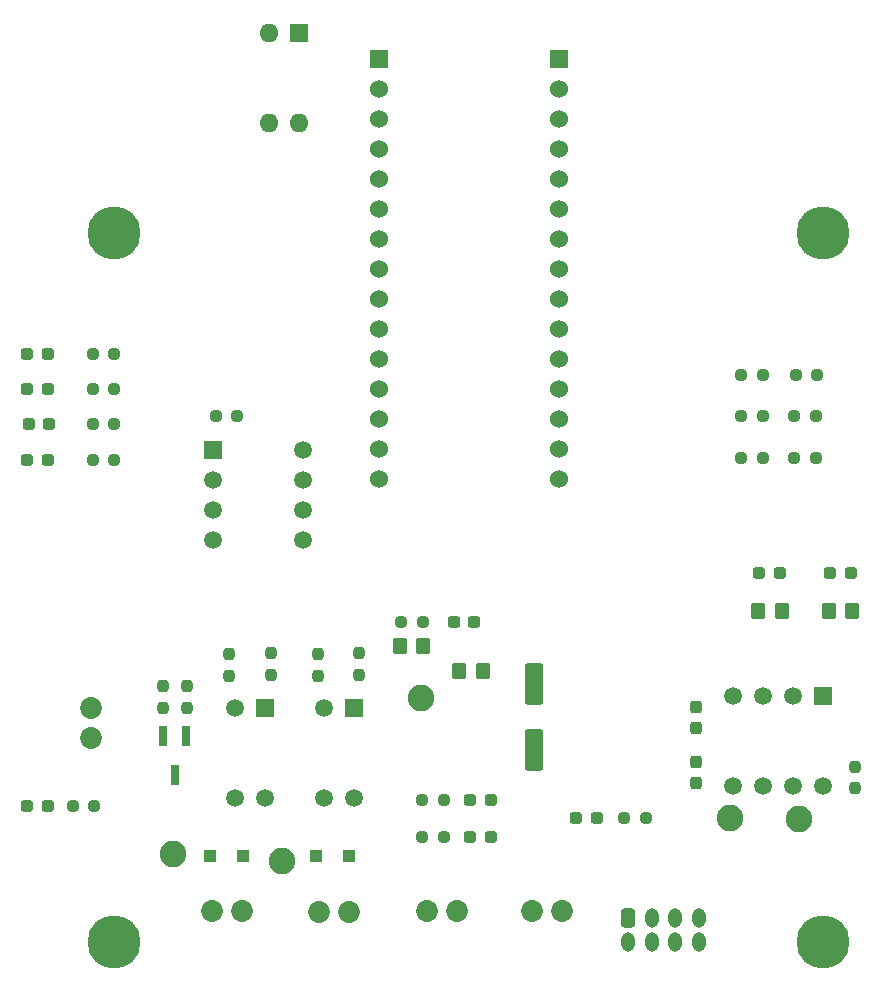
<source format=gbr>
%TF.GenerationSoftware,KiCad,Pcbnew,7.0.1-0*%
%TF.CreationDate,2023-05-25T18:15:44+09:00*%
%TF.ProjectId,FlightModule,466c6967-6874-44d6-9f64-756c652e6b69,rev?*%
%TF.SameCoordinates,Original*%
%TF.FileFunction,Soldermask,Top*%
%TF.FilePolarity,Negative*%
%FSLAX46Y46*%
G04 Gerber Fmt 4.6, Leading zero omitted, Abs format (unit mm)*
G04 Created by KiCad (PCBNEW 7.0.1-0) date 2023-05-25 18:15:44*
%MOMM*%
%LPD*%
G01*
G04 APERTURE LIST*
G04 Aperture macros list*
%AMRoundRect*
0 Rectangle with rounded corners*
0 $1 Rounding radius*
0 $2 $3 $4 $5 $6 $7 $8 $9 X,Y pos of 4 corners*
0 Add a 4 corners polygon primitive as box body*
4,1,4,$2,$3,$4,$5,$6,$7,$8,$9,$2,$3,0*
0 Add four circle primitives for the rounded corners*
1,1,$1+$1,$2,$3*
1,1,$1+$1,$4,$5*
1,1,$1+$1,$6,$7*
1,1,$1+$1,$8,$9*
0 Add four rect primitives between the rounded corners*
20,1,$1+$1,$2,$3,$4,$5,0*
20,1,$1+$1,$4,$5,$6,$7,0*
20,1,$1+$1,$6,$7,$8,$9,0*
20,1,$1+$1,$8,$9,$2,$3,0*%
G04 Aperture macros list end*
%ADD10C,1.853200*%
%ADD11RoundRect,0.237500X-0.237500X0.250000X-0.237500X-0.250000X0.237500X-0.250000X0.237500X0.250000X0*%
%ADD12C,4.500000*%
%ADD13RoundRect,0.250000X0.300000X0.300000X-0.300000X0.300000X-0.300000X-0.300000X0.300000X-0.300000X0*%
%ADD14R,0.800000X1.800000*%
%ADD15RoundRect,0.237500X-0.250000X-0.237500X0.250000X-0.237500X0.250000X0.237500X-0.250000X0.237500X0*%
%ADD16RoundRect,0.237500X0.250000X0.237500X-0.250000X0.237500X-0.250000X-0.237500X0.250000X-0.237500X0*%
%ADD17R,1.500000X1.500000*%
%ADD18C,1.500000*%
%ADD19RoundRect,0.237500X0.237500X-0.250000X0.237500X0.250000X-0.237500X0.250000X-0.237500X-0.250000X0*%
%ADD20RoundRect,0.237500X-0.287500X-0.237500X0.287500X-0.237500X0.287500X0.237500X-0.287500X0.237500X0*%
%ADD21RoundRect,0.237500X0.237500X-0.300000X0.237500X0.300000X-0.237500X0.300000X-0.237500X-0.300000X0*%
%ADD22RoundRect,0.250000X-0.350000X-0.450000X0.350000X-0.450000X0.350000X0.450000X-0.350000X0.450000X0*%
%ADD23RoundRect,0.237500X-0.300000X-0.237500X0.300000X-0.237500X0.300000X0.237500X-0.300000X0.237500X0*%
%ADD24C,2.250000*%
%ADD25RoundRect,0.237500X0.287500X0.237500X-0.287500X0.237500X-0.287500X-0.237500X0.287500X-0.237500X0*%
%ADD26RoundRect,0.250000X0.350000X0.450000X-0.350000X0.450000X-0.350000X-0.450000X0.350000X-0.450000X0*%
%ADD27R,1.530000X1.530000*%
%ADD28C,1.530000*%
%ADD29R,1.600000X1.600000*%
%ADD30O,1.600000X1.600000*%
%ADD31RoundRect,0.250000X-0.350000X-0.560000X0.350000X-0.560000X0.350000X0.560000X-0.350000X0.560000X0*%
%ADD32O,1.200000X1.650000*%
%ADD33RoundRect,0.250000X-0.550000X1.500000X-0.550000X-1.500000X0.550000X-1.500000X0.550000X1.500000X0*%
G04 APERTURE END LIST*
D10*
%TO.C,J5*%
X126730000Y-132432000D03*
X129270000Y-132432000D03*
%TD*%
D11*
%TO.C,R27*%
X122592000Y-113382000D03*
X122592000Y-115207000D03*
%TD*%
D12*
%TO.C,REF\u002A\u002A*%
X178500000Y-75000000D03*
%TD*%
D13*
%TO.C,D6*%
X129400000Y-127700000D03*
X126600000Y-127700000D03*
%TD*%
D14*
%TO.C,Q1*%
X124558000Y-117574000D03*
X122658000Y-117574000D03*
X123608000Y-120874000D03*
%TD*%
D15*
%TO.C,R3*%
X171587500Y-94000000D03*
X173412500Y-94000000D03*
%TD*%
D16*
%TO.C,R10*%
X163500000Y-124500000D03*
X161675000Y-124500000D03*
%TD*%
D17*
%TO.C,U1*%
X178508750Y-114200000D03*
D18*
X175968750Y-114200000D03*
X173428750Y-114200000D03*
X170888750Y-114200000D03*
X170888750Y-121820000D03*
X173428750Y-121820000D03*
X175968750Y-121820000D03*
X178508750Y-121820000D03*
%TD*%
D10*
%TO.C,J4*%
X135800000Y-132500000D03*
X138340000Y-132500000D03*
%TD*%
D19*
%TO.C,R15*%
X135750000Y-112500000D03*
X135750000Y-110675000D03*
%TD*%
D17*
%TO.C,U4*%
X131275000Y-115200000D03*
D18*
X128735000Y-115200000D03*
X128735000Y-122820000D03*
X131275000Y-122820000D03*
%TD*%
D15*
%TO.C,R8*%
X176175000Y-87000000D03*
X178000000Y-87000000D03*
%TD*%
D20*
%TO.C,D13*%
X111125000Y-85200000D03*
X112875000Y-85200000D03*
%TD*%
D15*
%TO.C,R17*%
X144587500Y-126100000D03*
X146412500Y-126100000D03*
%TD*%
D17*
%TO.C,U3*%
X138775000Y-115200000D03*
D18*
X136235000Y-115200000D03*
X136235000Y-122820000D03*
X138775000Y-122820000D03*
%TD*%
D21*
%TO.C,C2*%
X167708750Y-116862500D03*
X167708750Y-115137500D03*
%TD*%
D20*
%TO.C,D14*%
X111125000Y-88200000D03*
X112875000Y-88200000D03*
%TD*%
D16*
%TO.C,R22*%
X118512500Y-88200000D03*
X116687500Y-88200000D03*
%TD*%
%TO.C,R19*%
X118512500Y-94200000D03*
X116687500Y-94200000D03*
%TD*%
%TO.C,R21*%
X118512500Y-85200000D03*
X116687500Y-85200000D03*
%TD*%
%TO.C,R16*%
X128912500Y-90500000D03*
X127087500Y-90500000D03*
%TD*%
D15*
%TO.C,R25*%
X142787500Y-107900000D03*
X144612500Y-107900000D03*
%TD*%
D16*
%TO.C,R13*%
X116812500Y-123500000D03*
X114987500Y-123500000D03*
%TD*%
D20*
%TO.C,D11*%
X111125000Y-94170000D03*
X112875000Y-94170000D03*
%TD*%
%TO.C,D1*%
X179125000Y-103800000D03*
X180875000Y-103800000D03*
%TD*%
D21*
%TO.C,C1*%
X167709457Y-121538207D03*
X167709457Y-119813207D03*
%TD*%
D22*
%TO.C,R6*%
X179000000Y-107000000D03*
X181000000Y-107000000D03*
%TD*%
D10*
%TO.C,J6*%
X116485000Y-115230000D03*
X116485000Y-117770000D03*
%TD*%
D20*
%TO.C,D2*%
X173125000Y-103800000D03*
X174875000Y-103800000D03*
%TD*%
D19*
%TO.C,R1*%
X181200000Y-122000000D03*
X181200000Y-120175000D03*
%TD*%
D22*
%TO.C,R5*%
X173000000Y-107000000D03*
X175000000Y-107000000D03*
%TD*%
D23*
%TO.C,C4*%
X147237500Y-107900000D03*
X148962500Y-107900000D03*
%TD*%
D12*
%TO.C,REF\u002A\u002A*%
X118500000Y-135000000D03*
%TD*%
D17*
%TO.C,U5*%
X126880000Y-93380000D03*
D18*
X126880000Y-95920000D03*
X126880000Y-98460000D03*
X126880000Y-101000000D03*
X134500000Y-101000000D03*
X134500000Y-98460000D03*
X134500000Y-95920000D03*
X134500000Y-93380000D03*
%TD*%
D16*
%TO.C,R18*%
X118512500Y-91200000D03*
X116687500Y-91200000D03*
%TD*%
D15*
%TO.C,R20*%
X144587500Y-123000000D03*
X146412500Y-123000000D03*
%TD*%
%TO.C,R9*%
X171587500Y-87000000D03*
X173412500Y-87000000D03*
%TD*%
%TO.C,R4*%
X171587500Y-90500000D03*
X173412500Y-90500000D03*
%TD*%
D10*
%TO.C,J2*%
X144944000Y-132432000D03*
X147484000Y-132432000D03*
%TD*%
D12*
%TO.C,e*%
X178500000Y-135000000D03*
%TD*%
D11*
%TO.C,R14*%
X139250000Y-110587500D03*
X139250000Y-112412500D03*
%TD*%
D24*
%TO.C,TP3*%
X123500000Y-127600000D03*
%TD*%
D25*
%TO.C,D3*%
X150375000Y-126100000D03*
X148625000Y-126100000D03*
%TD*%
D11*
%TO.C,R11*%
X131750000Y-110587500D03*
X131750000Y-112412500D03*
%TD*%
D26*
%TO.C,R23*%
X149700000Y-112100000D03*
X147700000Y-112100000D03*
%TD*%
D20*
%TO.C,D10*%
X111125000Y-123500000D03*
X112875000Y-123500000D03*
%TD*%
D10*
%TO.C,J3*%
X153834000Y-132432000D03*
X156374000Y-132432000D03*
%TD*%
D27*
%TO.C,U2*%
X140880000Y-60220000D03*
D28*
X140880000Y-62760000D03*
X140880000Y-65300000D03*
X140880000Y-67840000D03*
X140880000Y-70380000D03*
X140880000Y-72920000D03*
X140880000Y-75460000D03*
X140880000Y-78000000D03*
X140880000Y-80540000D03*
X140880000Y-83080000D03*
X140880000Y-85620000D03*
X140880000Y-88160000D03*
X140880000Y-90700000D03*
X140880000Y-93240000D03*
X140880000Y-95780000D03*
D27*
X156120000Y-60220000D03*
D28*
X156120000Y-62760000D03*
X156120000Y-65300000D03*
X156120000Y-67840000D03*
X156120000Y-70380000D03*
X156120000Y-72920000D03*
X156120000Y-75460000D03*
X156120000Y-78000000D03*
X156120000Y-80540000D03*
X156120000Y-83080000D03*
X156120000Y-85620000D03*
X156120000Y-88160000D03*
X156120000Y-90700000D03*
X156120000Y-93240000D03*
X156120000Y-95780000D03*
%TD*%
D11*
%TO.C,R26*%
X124624000Y-113382000D03*
X124624000Y-115207000D03*
%TD*%
D29*
%TO.C,SW1*%
X134150000Y-58075000D03*
D30*
X131610000Y-58075000D03*
X131610000Y-65695000D03*
X134150000Y-65695000D03*
%TD*%
D15*
%TO.C,R2*%
X176087500Y-90500000D03*
X177912500Y-90500000D03*
%TD*%
D24*
%TO.C,TP2*%
X170598000Y-124558000D03*
%TD*%
D13*
%TO.C,D7*%
X138400000Y-127700000D03*
X135600000Y-127700000D03*
%TD*%
D20*
%TO.C,D5*%
X157625000Y-124500000D03*
X159375000Y-124500000D03*
%TD*%
D12*
%TO.C,REF\u002A\u002A*%
X118500000Y-75000000D03*
%TD*%
D24*
%TO.C,TP1*%
X176440000Y-124600000D03*
%TD*%
D31*
%TO.C,J1*%
X162000000Y-133000000D03*
D32*
X162000000Y-135000000D03*
X164000000Y-133000000D03*
X164000000Y-135000000D03*
X166000000Y-133000000D03*
X166000000Y-135000000D03*
X168000000Y-133000000D03*
X168000000Y-135000000D03*
%TD*%
D24*
%TO.C,TP4*%
X132700000Y-128200000D03*
%TD*%
D15*
%TO.C,R7*%
X176087500Y-94000000D03*
X177912500Y-94000000D03*
%TD*%
D25*
%TO.C,D4*%
X150375000Y-123000000D03*
X148625000Y-123000000D03*
%TD*%
D24*
%TO.C,TP5*%
X144500000Y-114400000D03*
%TD*%
D20*
%TO.C,D12*%
X111250000Y-91200000D03*
X113000000Y-91200000D03*
%TD*%
D26*
%TO.C,R24*%
X144674000Y-109953000D03*
X142674000Y-109953000D03*
%TD*%
D19*
%TO.C,R12*%
X128250000Y-112500000D03*
X128250000Y-110675000D03*
%TD*%
D33*
%TO.C,C3*%
X154000000Y-113200000D03*
X154000000Y-118800000D03*
%TD*%
M02*

</source>
